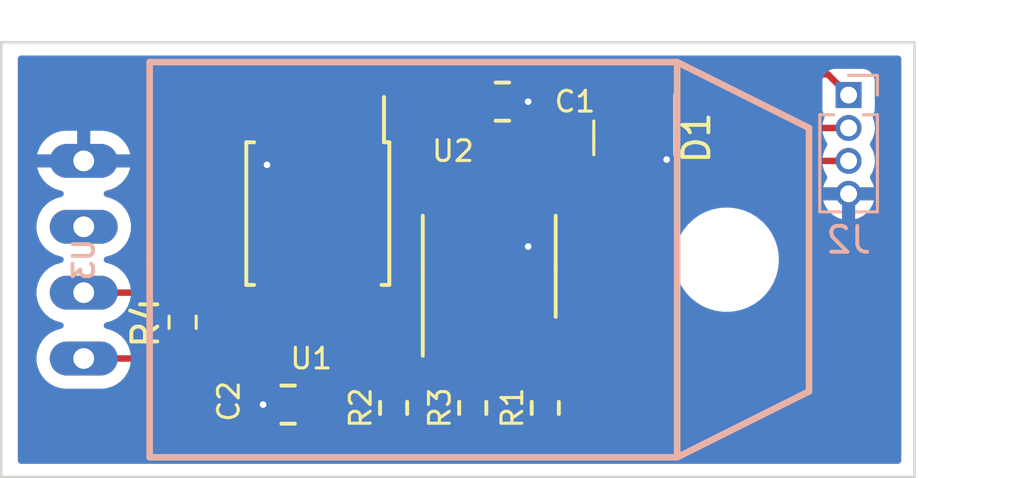
<source format=kicad_pcb>
(kicad_pcb (version 20211014) (generator pcbnew)
  (layers (0 "F.Cu" signal) (31 "B.Cu" signal) (34 "B.Paste" user) (35 "F.Paste" user) (36 "B.SilkS" user "B.Silkscreen") (37 "F.SilkS" user "F.Silkscreen") (38 "B.Mask" user) (39 "F.Mask" user) (44 "Edge.Cuts" user))
  (net 0 "")
  (net 1 "VCC")
  (net 2 "GND")
  (net 3 "Net-(R1-Pad2)")
  (net 4 "Net-(R2-Pad2)")
  (net 5 "Net-(R3-Pad2)")
  (net 9 "/A")
  (net 10 "/B")
  (net 11 "Net-(R4-Pad2)")
  (footprint "Capacitor_SMD:C_0805_2012Metric" (layer "F.Cu") (at 110.49 98.298 180)
    (fp_text reference "C2" (at 2.286 0.127 90 unlocked) (layer "F.SilkS") (effects (font (size 0.8 0.8) (thickness 0.12))))
    (fp_text value "0.1uF")
    (fp_line (start -0.261252 0.735) (end 0.261252 0.735) (layer "F.SilkS") (width 0.15))
    (fp_line (start -0.261252 -0.735) (end 0.261252 -0.735) (layer "F.SilkS") (width 0.15))
    (pad "1" smd roundrect locked (at -0.95 0 180) (size 1 1.45) (layers "F.Cu" "F.Paste" "F.Mask") (net 1 "VCC"))
    (pad "2" smd roundrect locked (at 0.95 0 180) (size 1 1.45) (layers "F.Cu" "F.Paste" "F.Mask") (net 2 "GND"))
  )
  (footprint "Package_SO:SOIC-8W_5.3x5.3mm_P1.27mm" (layer "F.Cu") (at 111.633 90.932 -90)
    (fp_text reference "U1" (at 5.588 0.254 unlocked) (layer "F.SilkS") (effects (font (size 0.8 0.8) (thickness 0.12))))
    (fp_text value "ATtiny85V-10S")
    (fp_line (start -2.75 -2.755) (end 2.75 -2.755) (layer "F.SilkS") (width 0.15))
    (fp_line (start 2.75 -2.755) (end 2.75 -2.455) (layer "F.SilkS") (width 0.15))
    (fp_line (start -2.75 2.755) (end -2.75 2.455) (layer "F.SilkS") (width 0.15))
    (fp_line (start -2.75 2.755) (end 2.75 2.755) (layer "F.SilkS") (width 0.15))
    (fp_line (start 2.75 2.755) (end 2.75 2.455) (layer "F.SilkS") (width 0.15))
    (fp_line (start -2.75 -2.55) (end -4.5 -2.55) (layer "F.SilkS") (width 0.15))
    (fp_line (start -2.75 -2.755) (end -2.75 -2.55) (layer "F.SilkS") (width 0.15))
    (pad "1" smd rect locked (at -3.65 -1.905 270) (size 1.7 0.65) (layers "F.Cu" "F.Paste" "F.Mask"))
    (pad "2" smd rect locked (at -3.65 -0.635 270) (size 1.7 0.65) (layers "F.Cu" "F.Paste" "F.Mask") (net 11 "Net-(R4-Pad2)"))
    (pad "3" smd rect locked (at -3.65 0.635 270) (size 1.7 0.65) (layers "F.Cu" "F.Paste" "F.Mask"))
    (pad "4" smd rect locked (at -3.65 1.905 270) (size 1.7 0.65) (layers "F.Cu" "F.Paste" "F.Mask") (net 2 "GND"))
    (pad "5" smd rect locked (at 3.65 1.905 270) (size 1.7 0.65) (layers "F.Cu" "F.Paste" "F.Mask") (net 3 "Net-(R1-Pad2)"))
    (pad "6" smd rect locked (at 3.65 0.635 270) (size 1.7 0.65) (layers "F.Cu" "F.Paste" "F.Mask") (net 5 "Net-(R3-Pad2)"))
    (pad "7" smd rect locked (at 3.65 -0.635 270) (size 1.7 0.65) (layers "F.Cu" "F.Paste" "F.Mask") (net 4 "Net-(R2-Pad2)"))
    (pad "8" smd rect locked (at 3.65 -1.905 270) (size 1.7 0.65) (layers "F.Cu" "F.Paste" "F.Mask") (net 1 "VCC"))
  )
  (footprint "Resistor_SMD:R_0603_1608Metric" (layer "F.Cu") (at 120.396 98.425 90)
    (fp_text reference "R1" (at 0 -1.27 90 unlocked) (layer "F.SilkS") (effects (font (size 0.8 0.8) (thickness 0.12))))
    (fp_text value "10K")
    (fp_line (start -0.237258 -0.5225) (end 0.237258 -0.5225) (layer "F.SilkS") (width 0.15))
    (fp_line (start -0.237258 0.5225) (end 0.237258 0.5225) (layer "F.SilkS") (width 0.15))
    (pad "1" smd roundrect locked (at -0.825 0 90) (size 0.8 0.95) (layers "F.Cu" "F.Paste" "F.Mask") (net 1 "VCC"))
    (pad "2" smd roundrect locked (at 0.825 0 90) (size 0.8 0.95) (layers "F.Cu" "F.Paste" "F.Mask") (net 3 "Net-(R1-Pad2)"))
  )
  (footprint "Package_TO_SOT_SMD:SOT-23" (layer "F.Cu") (at 123.825 88.011 -90)
    (fp_text reference "D1" (at 0 -2.4 90) (layer "F.SilkS"))
    (fp_text value "SM712_SOT23")
    (fp_line (start 0 -1.56) (end -1.675 -1.56) (layer "F.SilkS") (width 0.12))
    (fp_line (start 0 1.56) (end 0.65 1.56) (layer "F.SilkS") (width 0.12))
    (fp_line (start 0 -1.56) (end 0.65 -1.56) (layer "F.SilkS") (width 0.12))
    (fp_line (start 0 1.56) (end -0.65 1.56) (layer "F.SilkS") (width 0.12))
    (pad "1" smd roundrect locked (at -0.9375 -0.95 270) (size 1.475 0.6) (layers "F.Cu" "F.Paste" "F.Mask") (net 9 "/A"))
    (pad "2" smd roundrect locked (at -0.9375 0.95 270) (size 1.475 0.6) (layers "F.Cu" "F.Paste" "F.Mask") (net 10 "/B"))
    (pad "3" smd roundrect locked (at 0.9375 0 270) (size 1.475 0.6) (layers "F.Cu" "F.Paste" "F.Mask") (net 2 "GND"))
  )
  (footprint "Capacitor_SMD:C_0805_2012Metric" (layer "F.Cu") (at 118.745 86.614)
    (fp_text reference "C1" (at 2.794 0 unlocked) (layer "F.SilkS") (effects (font (size 0.8 0.8) (thickness 0.12))))
    (fp_text value "0.1uF")
    (fp_line (start -0.261252 0.735) (end 0.261252 0.735) (layer "F.SilkS") (width 0.15))
    (fp_line (start -0.261252 -0.735) (end 0.261252 -0.735) (layer "F.SilkS") (width 0.15))
    (pad "1" smd roundrect locked (at -0.95 0) (size 1 1.45) (layers "F.Cu" "F.Paste" "F.Mask") (net 1 "VCC"))
    (pad "2" smd roundrect locked (at 0.95 0) (size 1 1.45) (layers "F.Cu" "F.Paste" "F.Mask") (net 2 "GND"))
  )
  (footprint "Package_SO:SOIC-8_3.9x4.9mm_P1.27mm" (layer "F.Cu") (at 118.237 92.964 90)
    (fp_text reference "U2" (at 4.445 -1.397 unlocked) (layer "F.SilkS") (effects (font (size 0.8 0.8) (thickness 0.12))))
    (fp_text value "MAX485E")
    (fp_line (start 0 2.56) (end 1.95 2.56) (layer "F.SilkS") (width 0.15))
    (fp_line (start 0 -2.56) (end -3.45 -2.56) (layer "F.SilkS") (width 0.15))
    (fp_line (start 0 -2.56) (end 1.95 -2.56) (layer "F.SilkS") (width 0.15))
    (fp_line (start 0 2.56) (end -1.95 2.56) (layer "F.SilkS") (width 0.15))
    (pad "1" smd roundrect locked (at -2.475 -1.905 90) (size 1.95 0.6) (layers "F.Cu" "F.Paste" "F.Mask") (net 4 "Net-(R2-Pad2)"))
    (pad "2" smd roundrect locked (at -2.475 -0.635 90) (size 1.95 0.6) (layers "F.Cu" "F.Paste" "F.Mask") (net 5 "Net-(R3-Pad2)"))
    (pad "3" smd roundrect locked (at -2.475 0.635 90) (size 1.95 0.6) (layers "F.Cu" "F.Paste" "F.Mask") (net 5 "Net-(R3-Pad2)"))
    (pad "4" smd roundrect locked (at -2.475 1.905 90) (size 1.95 0.6) (layers "F.Cu" "F.Paste" "F.Mask") (net 3 "Net-(R1-Pad2)"))
    (pad "5" smd roundrect locked (at 2.475 1.905 90) (size 1.95 0.6) (layers "F.Cu" "F.Paste" "F.Mask") (net 2 "GND"))
    (pad "6" smd roundrect locked (at 2.475 0.635 90) (size 1.95 0.6) (layers "F.Cu" "F.Paste" "F.Mask") (net 9 "/A"))
    (pad "7" smd roundrect locked (at 2.475 -0.635 90) (size 1.95 0.6) (layers "F.Cu" "F.Paste" "F.Mask") (net 10 "/B"))
    (pad "8" smd roundrect locked (at 2.475 -1.905 90) (size 1.95 0.6) (layers "F.Cu" "F.Paste" "F.Mask") (net 1 "VCC"))
  )
  (footprint "Resistor_SMD:R_0603_1608Metric" (layer "F.Cu") (at 114.554 98.425 90)
    (fp_text reference "R2" (at 0 -1.27 90 unlocked) (layer "F.SilkS") (effects (font (size 0.8 0.8) (thickness 0.12))))
    (fp_text value "10K")
    (fp_line (start -0.237258 -0.5225) (end 0.237258 -0.5225) (layer "F.SilkS") (width 0.15))
    (fp_line (start -0.237258 0.5225) (end 0.237258 0.5225) (layer "F.SilkS") (width 0.15))
    (pad "1" smd roundrect locked (at -0.825 0 90) (size 0.8 0.95) (layers "F.Cu" "F.Paste" "F.Mask") (net 1 "VCC"))
    (pad "2" smd roundrect locked (at 0.825 0 90) (size 0.8 0.95) (layers "F.Cu" "F.Paste" "F.Mask") (net 4 "Net-(R2-Pad2)"))
  )
  (footprint "Resistor_SMD:R_0603_1608Metric" (layer "F.Cu") (at 117.602 98.425 90)
    (fp_text reference "R3" (at 0 -1.27 90 unlocked) (layer "F.SilkS") (effects (font (size 0.8 0.8) (thickness 0.12))))
    (fp_text value "10K")
    (fp_line (start -0.237258 -0.5225) (end 0.237258 -0.5225) (layer "F.SilkS") (width 0.15))
    (fp_line (start -0.237258 0.5225) (end 0.237258 0.5225) (layer "F.SilkS") (width 0.15))
    (pad "1" smd roundrect locked (at -0.825 0 90) (size 0.8 0.95) (layers "F.Cu" "F.Paste" "F.Mask") (net 1 "VCC"))
    (pad "2" smd roundrect locked (at 0.825 0 90) (size 0.8 0.95) (layers "F.Cu" "F.Paste" "F.Mask") (net 5 "Net-(R3-Pad2)"))
  )
  (footprint "Resistor_SMD:R_0603_1608Metric" (layer "F.Cu") (at 106.426 95.123 90)
    (fp_text reference "R4" (at 0 -1.43 90) (layer "F.SilkS"))
    (fp_text value "10K")
    (fp_line (start -0.237258 -0.5225) (end 0.237258 -0.5225) (layer "F.SilkS") (width 0.12))
    (fp_line (start -0.237258 0.5225) (end 0.237258 0.5225) (layer "F.SilkS") (width 0.12))
    (pad "1" smd roundrect locked (at -0.825 0 90) (size 0.8 0.95) (layers "F.Cu" "F.Paste" "F.Mask") (net 1 "VCC"))
    (pad "2" smd roundrect locked (at 0.825 0 90) (size 0.8 0.95) (layers "F.Cu" "F.Paste" "F.Mask") (net 11 "Net-(R4-Pad2)"))
  )
  (footprint "Connector_PinHeader_1.27mm:PinHeader_1x04_P1.27mm_Vertical" (layer "B.Cu") (at 132.08 86.36 180)
    (fp_text reference "J2" (at 0 -5.588) (layer "B.SilkS") (effects (justify mirror)))
    (fp_text value "Conn_01x04_Male")
    (fp_line (start 0.30753 -4.505) (end 1.11 -4.505) (layer "B.SilkS") (width 0.12))
    (fp_line (start -1.11 -0.76) (end -0.563471 -0.76) (layer "B.SilkS") (width 0.12))
    (fp_line (start -1.11 -0.76) (end -1.11 -4.505) (layer "B.SilkS") (width 0.12))
    (fp_line (start -1.11 -4.505) (end -0.30753 -4.505) (layer "B.SilkS") (width 0.12))
    (fp_line (start -1.11 0.76) (end 0 0.76) (layer "B.SilkS") (width 0.12))
    (fp_line (start 1.11 -0.76) (end 1.11 -4.505) (layer "B.SilkS") (width 0.12))
    (fp_line (start 0.563471 -0.76) (end 1.11 -0.76) (layer "B.SilkS") (width 0.12))
    (fp_line (start -1.11 0) (end -1.11 0.76) (layer "B.SilkS") (width 0.12))
    (pad "1" thru_hole rect locked (at 0 0 180) (size 1 1) (drill 0.65) (layers *.Cu *.Mask) (net 1 "VCC"))
    (pad "2" thru_hole oval locked (at 0 -1.27 180) (size 1 1) (drill 0.65) (layers *.Cu *.Mask) (net 10 "/B"))
    (pad "3" thru_hole oval locked (at 0 -2.54 180) (size 1 1) (drill 0.65) (layers *.Cu *.Mask) (net 9 "/A"))
    (pad "4" thru_hole oval locked (at 0 -3.81 180) (size 1 1) (drill 0.65) (layers *.Cu *.Mask) (net 2 "GND"))
  )
  (footprint "DHT22:DHT22" (layer "B.Cu") (at 102.616 92.71 90)
    (fp_text reference "U3" (at 0 0 270) (layer "B.SilkS") (effects (font (size 0.787402 0.787402)) (justify mirror)))
    (fp_text value "DHT22")
    (fp_line (start -7.62 22.86) (end 7.62 22.86) (layer "B.SilkS") (width 0.254))
    (fp_line (start -5.08 27.94) (end 5.08 27.94) (layer "B.SilkS") (width 0.254))
    (fp_line (start -7.62 22.86) (end -5.08 27.94) (layer "B.SilkS") (width 0.254))
    (fp_line (start 5.08 27.94) (end 7.62 22.86) (layer "B.SilkS") (width 0.254))
    (fp_line (start 7.62 2.54) (end 0 2.54) (layer "B.SilkS") (width 0.254))
    (fp_line (start 7.62 2.54) (end 7.62 22.86) (layer "B.SilkS") (width 0.254))
    (fp_line (start -7.62 2.54) (end -7.62 22.86) (layer "B.SilkS") (width 0.254))
    (fp_line (start 0 2.54) (end -7.62 2.54) (layer "B.SilkS") (width 0.254))
    (pad "" np_thru_hole circle locked (at 0 24.765 90) (size 3 3) (drill 3) (layers *.Cu *.Mask))
    (pad "DATA" thru_hole oval locked (at -1.27 0 90) (size 1.308 2.616) (drill 0.8) (layers *.Cu *.Mask) (net 11 "Net-(R4-Pad2)"))
    (pad "GND" thru_hole oval locked (at 3.81 0 90) (size 1.308 2.616) (drill 0.8) (layers *.Cu *.Mask) (net 2 "GND"))
    (pad "NC" thru_hole oval locked (at 1.27 0 90) (size 1.308 2.616) (drill 0.8) (layers *.Cu *.Mask))
    (pad "VDD" thru_hole oval locked (at -3.81 0 90) (size 1.308 2.616) (drill 0.8) (layers *.Cu *.Mask) (net 1 "VCC"))
  )
  (gr_rect (start 99.441 84.328) (end 134.62 101.092) (layer "Edge.Cuts") (width 0.1) (fill none))
  (gr_text "v0.1.1" (at 132.334 96.647 90) (layer "F.Cu") (effects (font (size 1.5 1.5) (thickness 0.3))))
  (segment (start 106.426 95.948) (end 106.616 95.758) (width 0.25) (layer "F.Cu") (net 1))
  (segment (start 105.854 96.52) (end 106.426 95.948) (width 0.25) (layer "F.Cu") (net 1))
  (segment (start 114.762071 92.058929) (end 110.427049 92.058929) (width 0.25) (layer "F.Cu") (net 1))
  (segment (start 110.427049 92.058929) (end 108.966 93.519978) (width 0.25) (layer "F.Cu") (net 1))
  (segment (start 109.601 96.393) (end 110.49 96.393) (width 0.25) (layer "F.Cu") (net 1))
  (segment (start 117.795 86.614) (end 116.332 88.077) (width 0.25) (layer "F.Cu") (net 1))
  (segment (start 131.28196 85.56196) (end 118.84704 85.56196) (width 0.25) (layer "F.Cu") (net 1))
  (segment (start 112.392 99.25) (end 111.44 98.298) (width 0.25) (layer "F.Cu") (net 1))
  (segment (start 114.554 99.25) (end 117.602 99.25) (width 0.25) (layer "F.Cu") (net 1))
  (segment (start 108.966 95.758) (end 109.601 96.393) (width 0.25) (layer "F.Cu") (net 1))
  (segment (start 113.538 94.582) (end 113.538 95.107) (width 0.25) (layer "F.Cu") (net 1))
  (segment (start 114.554 99.25) (end 112.392 99.25) (width 0.25) (layer "F.Cu") (net 1))
  (segment (start 111.44 97.343) (end 111.44 98.298) (width 0.25) (layer "F.Cu") (net 1))
  (segment (start 116.332 90.489) (end 114.762071 92.058929) (width 0.25) (layer "F.Cu") (net 1))
  (segment (start 108.966 93.519978) (end 108.966 95.758) (width 0.25) (layer "F.Cu") (net 1))
  (segment (start 120.396 99.25) (end 117.602 99.25) (width 0.25) (layer "F.Cu") (net 1))
  (segment (start 105.854 96.52) (end 102.616 96.52) (width 0.25) (layer "F.Cu") (net 1))
  (segment (start 106.616 95.758) (end 108.966 95.758) (width 0.25) (layer "F.Cu") (net 1))
  (segment (start 118.84704 85.56196) (end 117.795 86.614) (width 0.25) (layer "F.Cu") (net 1))
  (segment (start 116.332 88.077) (end 116.332 90.489) (width 0.25) (layer "F.Cu") (net 1))
  (segment (start 110.49 96.393) (end 111.44 97.343) (width 0.25) (layer "F.Cu") (net 1))
  (segment (start 113.538 95.136022) (end 113.538 94.582) (width 0.25) (layer "F.Cu") (net 1))
  (segment (start 132.08 86.36) (end 131.28196 85.56196) (width 0.25) (layer "F.Cu") (net 1))
  (segment (start 109.728 89.0016) (end 109.6772 89.0524) (width 0.25) (layer "F.Cu") (net 2))
  (segment (start 123.9243 88.8492) (end 123.825 88.9485) (width 0.25) (layer "F.Cu") (net 2))
  (segment (start 120.142 91.7956) (end 119.7356 92.202) (width 0.25) (layer "F.Cu") (net 2))
  (segment (start 120.142 90.489) (end 120.142 91.7956) (width 0.25) (layer "F.Cu") (net 2))
  (segment (start 125.0696 88.8492) (end 123.9243 88.8492) (width 0.25) (layer "F.Cu") (net 2))
  (segment (start 109.728 87.282) (end 109.728 89.0016) (width 0.25) (layer "F.Cu") (net 2))
  (via (at 119.7356 86.614) (size 0.508) (drill 0.254) (layers "F.Cu" "B.Cu") (net 2))
  (via (at 109.6772 89.0524) (size 0.508) (drill 0.254) (layers "F.Cu" "B.Cu") (net 2))
  (via (at 119.7356 92.202) (size 0.508) (drill 0.254) (layers "F.Cu" "B.Cu") (net 2))
  (via (at 125.0696 88.8492) (size 0.508) (drill 0.254) (layers "F.Cu" "B.Cu") (net 2))
  (via (at 109.5248 98.298) (size 0.508) (drill 0.254) (layers "F.Cu" "B.Cu") (net 2))
  (segment (start 117.587521 92.508449) (end 120.142 95.062928) (width 0.25) (layer "F.Cu") (net 3))
  (segment (start 109.728 94.057) (end 111.276551 92.508449) (width 0.25) (layer "F.Cu") (net 3))
  (segment (start 120.142 97.346) (end 120.396 97.6) (width 0.25) (layer "F.Cu") (net 3))
  (segment (start 120.142 95.062928) (end 120.142 95.439) (width 0.25) (layer "F.Cu") (net 3))
  (segment (start 120.142 95.439) (end 120.142 97.346) (width 0.25) (layer "F.Cu") (net 3))
  (segment (start 109.728 94.582) (end 109.728 94.057) (width 0.25) (layer "F.Cu") (net 3))
  (segment (start 111.276551 92.508449) (end 117.587521 92.508449) (width 0.25) (layer "F.Cu") (net 3))
  (segment (start 116.332 95.822) (end 114.554 97.6) (width 0.25) (layer "F.Cu") (net 4))
  (segment (start 112.268 94.057) (end 112.917511 93.407489) (width 0.25) (layer "F.Cu") (net 4))
  (segment (start 112.917511 93.407489) (end 114.300489 93.407489) (width 0.25) (layer "F.Cu") (net 4))
  (segment (start 114.300489 93.407489) (end 116.332 95.439) (width 0.25) (layer "F.Cu") (net 4))
  (segment (start 112.268 94.582) (end 112.268 94.057) (width 0.25) (layer "F.Cu") (net 4))
  (segment (start 116.332 95.439) (end 116.332 95.822) (width 0.25) (layer "F.Cu") (net 4))
  (segment (start 110.998 94.582) (end 110.998 94.057) (width 0.25) (layer "F.Cu") (net 5))
  (segment (start 112.097031 92.957969) (end 115.563969 92.957969) (width 0.25) (layer "F.Cu") (net 5))
  (segment (start 110.998 94.057) (end 112.097031 92.957969) (width 0.25) (layer "F.Cu") (net 5))
  (segment (start 118.872 95.439) (end 117.602 95.439) (width 0.25) (layer "F.Cu") (net 5))
  (segment (start 117.602 94.996) (end 117.602 95.439) (width 0.25) (layer "F.Cu") (net 5))
  (segment (start 117.602 95.439) (end 117.602 97.6) (width 0.25) (layer "F.Cu") (net 5))
  (segment (start 115.563969 92.957969) (end 117.602 94.996) (width 0.25) (layer "F.Cu") (net 5))
  (segment (start 129.9972 88.9) (end 132.08 88.9) (width 0.25) (layer "F.Cu") (net 9))
  (segment (start 124.291428 87.0735) (end 124.775 87.0735) (width 0.25) (layer "F.Cu") (net 9))
  (segment (start 128.1684 87.0712) (end 129.9972 88.9) (width 0.25) (layer "F.Cu") (net 9))
  (segment (start 118.872 90.489) (end 118.872 90.112928) (width 0.25) (layer "F.Cu") (net 9))
  (segment (start 120.084928 88.9) (end 122.464928 88.9) (width 0.25) (layer "F.Cu") (net 9))
  (segment (start 124.7773 87.0712) (end 128.1684 87.0712) (width 0.25) (layer "F.Cu") (net 9))
  (segment (start 124.775 87.0735) (end 124.7773 87.0712) (width 0.25) (layer "F.Cu") (net 9))
  (segment (start 122.464928 88.9) (end 124.291428 87.0735) (width 0.25) (layer "F.Cu") (net 9))
  (segment (start 118.872 90.112928) (end 120.084928 88.9) (width 0.25) (layer "F.Cu") (net 9))
  (segment (start 128.354598 86.62168) (end 129.362918 87.63) (width 0.25) (layer "F.Cu") (net 10))
  (segment (start 122.875 87.0735) (end 123.93702 86.01148) (width 0.25) (layer "F.Cu") (net 10))
  (segment (start 125.4246 86.01148) (end 126.0348 86.62168) (width 0.25) (layer "F.Cu") (net 10))
  (segment (start 117.602 90.112928) (end 119.576928 88.138) (width 0.25) (layer "F.Cu") (net 10))
  (segment (start 126.0348 86.62168) (end 128.354598 86.62168) (width 0.25) (layer "F.Cu") (net 10))
  (segment (start 117.602 90.489) (end 117.602 90.112928) (width 0.25) (layer "F.Cu") (net 10))
  (segment (start 129.362918 87.63) (end 132.08 87.63) (width 0.25) (layer "F.Cu") (net 10))
  (segment (start 119.576928 88.138) (end 121.8105 88.138) (width 0.25) (layer "F.Cu") (net 10))
  (segment (start 121.8105 88.138) (end 122.875 87.0735) (width 0.25) (layer "F.Cu") (net 10))
  (segment (start 123.93702 86.01148) (end 125.4246 86.01148) (width 0.25) (layer "F.Cu") (net 10))
  (segment (start 112.268 88.456) (end 106.426 94.298) (width 0.25) (layer "F.Cu") (net 11))
  (segment (start 106.108 93.98) (end 102.616 93.98) (width 0.25) (layer "F.Cu") (net 11))
  (segment (start 112.268 87.282) (end 112.268 88.456) (width 0.25) (layer "F.Cu") (net 11))
  (segment (start 106.426 94.298) (end 106.108 93.98) (width 0.25) (layer "F.Cu") (net 11))
  (zone (net 2) (net_name "GND") (layer "B.Cu") (connect_pads (clearance 0.508)) (min_thickness 0.254) (fill yes (thermal_gap 0.508) (thermal_bridge_width 0.508))
    (polygon (pts (xy 134.112 100.584) (xy 100.076 100.584) (xy 100.076 84.836) (xy 134.112 84.836)))
  )
)
</source>
